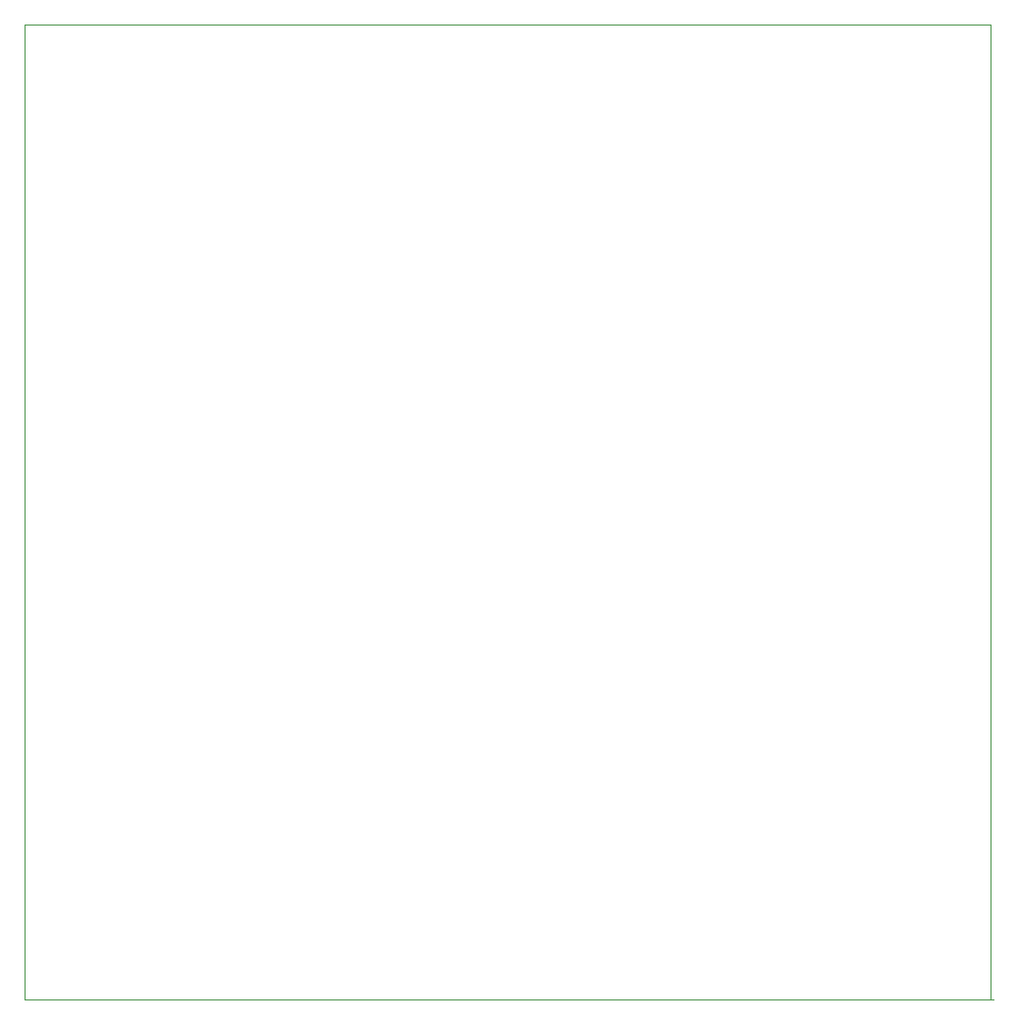
<source format=gbr>
G04 (created by PCBNEW (2013-07-07 BZR 4022)-stable) date 27/05/2015 02:52:30 p.m.*
%MOIN*%
G04 Gerber Fmt 3.4, Leading zero omitted, Abs format*
%FSLAX34Y34*%
G01*
G70*
G90*
G04 APERTURE LIST*
%ADD10C,0.00590551*%
%ADD11C,0.00393701*%
G04 APERTURE END LIST*
G54D10*
G54D11*
X72401Y-50275D02*
X72834Y-50275D01*
X72834Y-83346D02*
X72401Y-83346D01*
X105196Y-50275D02*
X104251Y-50275D01*
X105196Y-83346D02*
X105196Y-50275D01*
X72401Y-83346D02*
X72401Y-50275D01*
X72795Y-83346D02*
X105275Y-83346D01*
X72795Y-50275D02*
X104291Y-50275D01*
M02*

</source>
